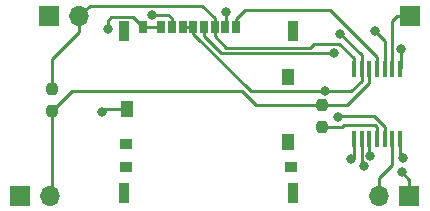
<source format=gtl>
G04 #@! TF.GenerationSoftware,KiCad,Pcbnew,(6.0.1-0)*
G04 #@! TF.CreationDate,2022-03-11T23:13:55+01:00*
G04 #@! TF.ProjectId,SDshield,53447368-6965-46c6-942e-6b696361645f,rev?*
G04 #@! TF.SameCoordinates,Original*
G04 #@! TF.FileFunction,Copper,L1,Top*
G04 #@! TF.FilePolarity,Positive*
%FSLAX46Y46*%
G04 Gerber Fmt 4.6, Leading zero omitted, Abs format (unit mm)*
G04 Created by KiCad (PCBNEW (6.0.1-0)) date 2022-03-11 23:13:55*
%MOMM*%
%LPD*%
G01*
G04 APERTURE LIST*
G04 Aperture macros list*
%AMRoundRect*
0 Rectangle with rounded corners*
0 $1 Rounding radius*
0 $2 $3 $4 $5 $6 $7 $8 $9 X,Y pos of 4 corners*
0 Add a 4 corners polygon primitive as box body*
4,1,4,$2,$3,$4,$5,$6,$7,$8,$9,$2,$3,0*
0 Add four circle primitives for the rounded corners*
1,1,$1+$1,$2,$3*
1,1,$1+$1,$4,$5*
1,1,$1+$1,$6,$7*
1,1,$1+$1,$8,$9*
0 Add four rect primitives between the rounded corners*
20,1,$1+$1,$2,$3,$4,$5,0*
20,1,$1+$1,$4,$5,$6,$7,0*
20,1,$1+$1,$6,$7,$8,$9,0*
20,1,$1+$1,$8,$9,$2,$3,0*%
G04 Aperture macros list end*
G04 #@! TA.AperFunction,SMDPad,CuDef*
%ADD10RoundRect,0.237500X-0.237500X0.250000X-0.237500X-0.250000X0.237500X-0.250000X0.237500X0.250000X0*%
G04 #@! TD*
G04 #@! TA.AperFunction,SMDPad,CuDef*
%ADD11R,0.650000X1.000000*%
G04 #@! TD*
G04 #@! TA.AperFunction,SMDPad,CuDef*
%ADD12R,1.130000X1.400000*%
G04 #@! TD*
G04 #@! TA.AperFunction,SMDPad,CuDef*
%ADD13R,0.900000X1.700000*%
G04 #@! TD*
G04 #@! TA.AperFunction,SMDPad,CuDef*
%ADD14R,1.000000X0.850000*%
G04 #@! TD*
G04 #@! TA.AperFunction,ComponentPad*
%ADD15R,1.700000X1.700000*%
G04 #@! TD*
G04 #@! TA.AperFunction,ComponentPad*
%ADD16O,1.700000X1.700000*%
G04 #@! TD*
G04 #@! TA.AperFunction,SMDPad,CuDef*
%ADD17R,0.450000X1.450000*%
G04 #@! TD*
G04 #@! TA.AperFunction,ViaPad*
%ADD18C,0.800000*%
G04 #@! TD*
G04 #@! TA.AperFunction,Conductor*
%ADD19C,0.250000*%
G04 #@! TD*
G04 APERTURE END LIST*
D10*
X136500000Y-87587500D03*
X136500000Y-89412500D03*
D11*
X152046000Y-82317000D03*
X151146000Y-82317000D03*
X150246000Y-82317000D03*
X149346000Y-82317000D03*
X148446000Y-82317000D03*
X147546000Y-82317000D03*
X146646000Y-82317000D03*
X145746000Y-82317000D03*
X144176000Y-82317000D03*
D12*
X142811000Y-89267000D03*
D13*
X142596000Y-82667000D03*
D14*
X142746000Y-92217000D03*
X142746000Y-94147000D03*
D13*
X142596000Y-96367000D03*
X156896000Y-96367000D03*
D14*
X156746000Y-94147000D03*
D12*
X156426000Y-92017000D03*
X156426000Y-86567000D03*
D13*
X156896000Y-82667000D03*
D15*
X166800000Y-81400000D03*
X136260000Y-81400000D03*
D16*
X138800000Y-81400000D03*
D15*
X166740000Y-96600000D03*
D16*
X164200000Y-96600000D03*
D15*
X133800000Y-96600000D03*
D16*
X136340000Y-96600000D03*
D17*
X162050000Y-91750000D03*
X162700000Y-91750000D03*
X163350000Y-91750000D03*
X164000000Y-91750000D03*
X164650000Y-91750000D03*
X165300000Y-91750000D03*
X165950000Y-91750000D03*
X165950000Y-85850000D03*
X165300000Y-85850000D03*
X164650000Y-85850000D03*
X164000000Y-85850000D03*
X163350000Y-85850000D03*
X162700000Y-85850000D03*
X162050000Y-85850000D03*
D10*
X159310000Y-88930000D03*
X159310000Y-90755000D03*
D18*
X140750000Y-89500000D03*
X166200000Y-93400000D03*
X160900000Y-82850000D03*
X159600000Y-87750000D03*
X141250000Y-82500000D03*
X163800000Y-82600000D03*
X161840000Y-93500000D03*
X166025000Y-84200000D03*
X160400000Y-84525000D03*
X160680000Y-89910000D03*
X144972982Y-81249989D03*
X151250000Y-81000000D03*
X163424500Y-93180000D03*
X162880000Y-94080000D03*
X166120000Y-94590000D03*
D19*
X150246000Y-83067000D02*
X150246000Y-82317000D01*
X162050000Y-84946400D02*
X160820400Y-83716800D01*
X158683200Y-83716800D02*
X158324520Y-84075480D01*
X138800000Y-81400000D02*
X138800000Y-82700000D01*
X150246000Y-82317000D02*
X150246000Y-81567000D01*
X138800000Y-82700000D02*
X136500000Y-85000000D01*
X160820400Y-83716800D02*
X158683200Y-83716800D01*
X150246000Y-81567000D02*
X149204489Y-80525489D01*
X139674511Y-80525489D02*
X138800000Y-81400000D01*
X158324520Y-84075480D02*
X151254480Y-84075480D01*
X149204489Y-80525489D02*
X139674511Y-80525489D01*
X136500000Y-85000000D02*
X136500000Y-87587500D01*
X162050000Y-85850000D02*
X162050000Y-84946400D01*
X151254480Y-84075480D02*
X150246000Y-83067000D01*
X165700000Y-81400000D02*
X166800000Y-81400000D01*
X165300000Y-81800000D02*
X165700000Y-81400000D01*
X165300000Y-85879000D02*
X165300000Y-81800000D01*
X162700000Y-86859999D02*
X161809999Y-87750000D01*
X144176000Y-82317000D02*
X145746000Y-82317000D01*
X162700000Y-84650000D02*
X160900000Y-82850000D01*
X153304978Y-87750000D02*
X159600000Y-87750000D01*
X165949999Y-93149999D02*
X166200000Y-93400000D01*
X147546000Y-82317000D02*
X148446000Y-82317000D01*
X141250000Y-81750000D02*
X141250000Y-82500000D01*
X142811000Y-89267000D02*
X140983000Y-89267000D01*
X144176000Y-82317000D02*
X143351489Y-81492489D01*
X164650001Y-83450001D02*
X163800000Y-82600000D01*
X162700000Y-85850000D02*
X162700000Y-84650000D01*
X162700000Y-85879000D02*
X162700000Y-86859999D01*
X148446000Y-82891022D02*
X153304978Y-87750000D01*
X161809999Y-87750000D02*
X159600000Y-87750000D01*
X143351489Y-81492489D02*
X141507511Y-81492489D01*
X148446000Y-82317000D02*
X148446000Y-82891022D01*
X162050000Y-91750000D02*
X162050000Y-93290000D01*
X140983000Y-89267000D02*
X140750000Y-89500000D01*
X164650001Y-85879000D02*
X164650001Y-83450001D01*
X162050000Y-93290000D02*
X161840000Y-93500000D01*
X141507511Y-81492489D02*
X141250000Y-81750000D01*
X165949999Y-91721000D02*
X165949999Y-93149999D01*
X153740000Y-88930000D02*
X152540000Y-87730000D01*
X152540000Y-87730000D02*
X138145000Y-87730000D01*
X163350000Y-87080000D02*
X163350000Y-85850000D01*
X136500000Y-89375000D02*
X136500000Y-96440000D01*
X138145000Y-87730000D02*
X136500000Y-89375000D01*
X161500000Y-88930000D02*
X163350000Y-87080000D01*
X159310000Y-88930000D02*
X161500000Y-88930000D01*
X159310000Y-88930000D02*
X153740000Y-88930000D01*
X136500000Y-96440000D02*
X136340000Y-96600000D01*
X164000000Y-84875000D02*
X159997000Y-80872000D01*
X164000000Y-85850000D02*
X164000000Y-84875000D01*
X159997000Y-80872000D02*
X152794000Y-80872000D01*
X152794000Y-80872000D02*
X152046000Y-81620000D01*
X152046000Y-81620000D02*
X152046000Y-82317000D01*
X150804000Y-84525000D02*
X149346000Y-83067000D01*
X149346000Y-83067000D02*
X149346000Y-82317000D01*
X166025000Y-85804001D02*
X165950001Y-85879000D01*
X166025000Y-84200000D02*
X166025000Y-85804001D01*
X160400000Y-84525000D02*
X150804000Y-84525000D01*
X164650000Y-91750000D02*
X164650000Y-90775000D01*
X163735000Y-89860000D02*
X160730000Y-89860000D01*
X146646000Y-81567000D02*
X146646000Y-82317000D01*
X160730000Y-89860000D02*
X160680000Y-89910000D01*
X146328989Y-81249989D02*
X146646000Y-81567000D01*
X164650000Y-90775000D02*
X163735000Y-89860000D01*
X144972982Y-81249989D02*
X146328989Y-81249989D01*
X163350000Y-93105500D02*
X163424500Y-93180000D01*
X163350000Y-91750000D02*
X163350000Y-93105500D01*
X151250000Y-82213000D02*
X151146000Y-82317000D01*
X151250000Y-81000000D02*
X151250000Y-82213000D01*
X163855000Y-90630000D02*
X161200000Y-90630000D01*
X164000000Y-91750000D02*
X164000000Y-90775000D01*
X164000000Y-90775000D02*
X163855000Y-90630000D01*
X161200000Y-90630000D02*
X161075000Y-90755000D01*
X161075000Y-90755000D02*
X159310000Y-90755000D01*
X162700000Y-93900000D02*
X162700000Y-91750000D01*
X166740000Y-95210000D02*
X166120000Y-94590000D01*
X166740000Y-96600000D02*
X166740000Y-95210000D01*
X162880000Y-94080000D02*
X162700000Y-93900000D01*
X165300000Y-91750000D02*
X165300000Y-93970000D01*
X164200000Y-96600000D02*
X164200000Y-95070000D01*
X164200000Y-95070000D02*
X165300000Y-93970000D01*
M02*

</source>
